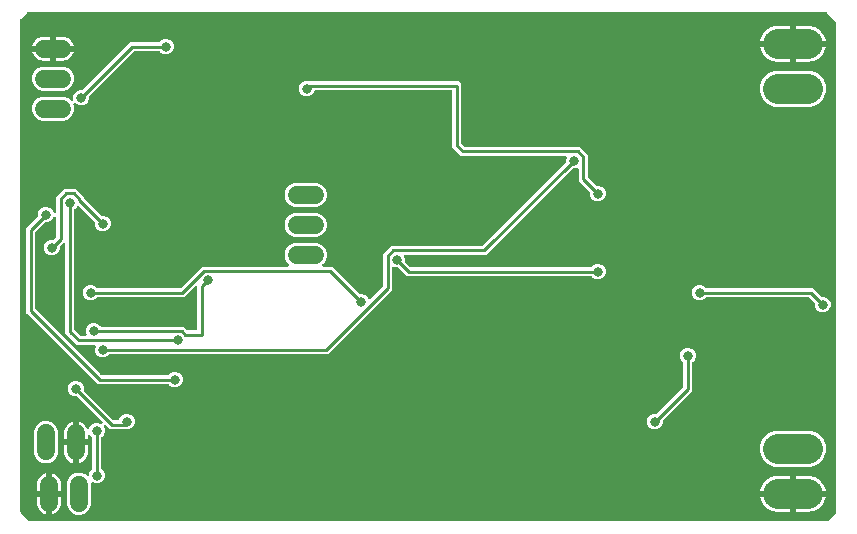
<source format=gbr>
G04 EAGLE Gerber RS-274X export*
G75*
%MOMM*%
%FSLAX34Y34*%
%LPD*%
%INBottom Copper*%
%IPPOS*%
%AMOC8*
5,1,8,0,0,1.08239X$1,22.5*%
G01*
%ADD10C,1.524000*%
%ADD11C,2.540000*%
%ADD12C,0.812800*%
%ADD13C,0.254000*%

G36*
X689200Y2045D02*
X689200Y2045D01*
X689299Y2048D01*
X689357Y2065D01*
X689418Y2073D01*
X689510Y2109D01*
X689605Y2137D01*
X689657Y2167D01*
X689713Y2190D01*
X689793Y2248D01*
X689879Y2298D01*
X689954Y2364D01*
X689971Y2376D01*
X689978Y2386D01*
X689999Y2404D01*
X696858Y9263D01*
X696918Y9341D01*
X696986Y9413D01*
X697015Y9466D01*
X697052Y9514D01*
X697092Y9605D01*
X697140Y9691D01*
X697155Y9750D01*
X697179Y9806D01*
X697194Y9904D01*
X697219Y9999D01*
X697225Y10099D01*
X697229Y10120D01*
X697227Y10132D01*
X697229Y10160D01*
X697229Y424180D01*
X697217Y424278D01*
X697214Y424377D01*
X697197Y424435D01*
X697189Y424496D01*
X697153Y424588D01*
X697125Y424683D01*
X697095Y424735D01*
X697072Y424791D01*
X697014Y424871D01*
X696964Y424957D01*
X696898Y425032D01*
X696886Y425049D01*
X696876Y425056D01*
X696858Y425078D01*
X689238Y432698D01*
X689159Y432758D01*
X689087Y432826D01*
X689034Y432855D01*
X688986Y432892D01*
X688895Y432932D01*
X688809Y432980D01*
X688750Y432995D01*
X688694Y433019D01*
X688596Y433034D01*
X688501Y433059D01*
X688401Y433065D01*
X688380Y433069D01*
X688368Y433067D01*
X688340Y433069D01*
X12700Y433069D01*
X12602Y433057D01*
X12503Y433054D01*
X12445Y433037D01*
X12384Y433029D01*
X12292Y432993D01*
X12197Y432965D01*
X12145Y432935D01*
X12089Y432912D01*
X12009Y432854D01*
X11923Y432804D01*
X11848Y432738D01*
X11831Y432726D01*
X11824Y432716D01*
X11803Y432698D01*
X6723Y427618D01*
X6662Y427539D01*
X6594Y427467D01*
X6565Y427414D01*
X6528Y427366D01*
X6488Y427275D01*
X6440Y427189D01*
X6425Y427130D01*
X6401Y427074D01*
X6386Y426976D01*
X6361Y426881D01*
X6355Y426781D01*
X6351Y426760D01*
X6353Y426748D01*
X6351Y426720D01*
X6351Y10160D01*
X6363Y10062D01*
X6366Y9963D01*
X6383Y9905D01*
X6391Y9844D01*
X6427Y9752D01*
X6455Y9657D01*
X6485Y9605D01*
X6508Y9549D01*
X6566Y9469D01*
X6616Y9383D01*
X6682Y9308D01*
X6694Y9291D01*
X6704Y9284D01*
X6723Y9263D01*
X13581Y2404D01*
X13659Y2344D01*
X13731Y2276D01*
X13784Y2247D01*
X13832Y2210D01*
X13923Y2170D01*
X14009Y2122D01*
X14068Y2107D01*
X14124Y2083D01*
X14222Y2068D01*
X14317Y2043D01*
X14417Y2037D01*
X14438Y2033D01*
X14450Y2035D01*
X14478Y2033D01*
X689102Y2033D01*
X689200Y2045D01*
G37*
%LPC*%
G36*
X135846Y115315D02*
X135846Y115315D01*
X133419Y116321D01*
X132002Y117738D01*
X131924Y117798D01*
X131852Y117866D01*
X131799Y117895D01*
X131751Y117932D01*
X131660Y117972D01*
X131573Y118020D01*
X131515Y118035D01*
X131459Y118059D01*
X131361Y118074D01*
X131265Y118099D01*
X131165Y118105D01*
X131145Y118109D01*
X131132Y118107D01*
X131104Y118109D01*
X72082Y118109D01*
X11429Y178762D01*
X11429Y250498D01*
X20964Y260033D01*
X21024Y260111D01*
X21092Y260183D01*
X21121Y260236D01*
X21158Y260284D01*
X21198Y260375D01*
X21246Y260462D01*
X21261Y260520D01*
X21285Y260576D01*
X21300Y260674D01*
X21325Y260770D01*
X21331Y260870D01*
X21335Y260890D01*
X21333Y260902D01*
X21335Y260930D01*
X21335Y262934D01*
X22341Y265361D01*
X24199Y267219D01*
X26626Y268225D01*
X29254Y268225D01*
X31681Y267219D01*
X33539Y265361D01*
X34133Y263927D01*
X34168Y263866D01*
X34194Y263801D01*
X34246Y263729D01*
X34291Y263651D01*
X34339Y263600D01*
X34380Y263544D01*
X34450Y263487D01*
X34512Y263422D01*
X34572Y263386D01*
X34625Y263341D01*
X34707Y263303D01*
X34783Y263256D01*
X34850Y263235D01*
X34913Y263206D01*
X35001Y263189D01*
X35087Y263162D01*
X35157Y263159D01*
X35226Y263146D01*
X35315Y263151D01*
X35405Y263147D01*
X35473Y263161D01*
X35543Y263166D01*
X35628Y263193D01*
X35716Y263211D01*
X35779Y263242D01*
X35845Y263264D01*
X35921Y263312D01*
X36002Y263351D01*
X36055Y263396D01*
X36114Y263434D01*
X36176Y263499D01*
X36244Y263557D01*
X36284Y263615D01*
X36332Y263665D01*
X36375Y263744D01*
X36427Y263818D01*
X36452Y263883D01*
X36486Y263944D01*
X36508Y264031D01*
X36540Y264115D01*
X36548Y264184D01*
X36565Y264252D01*
X36575Y264413D01*
X36575Y276620D01*
X43420Y283465D01*
X53100Y283465D01*
X59945Y276620D01*
X59945Y276170D01*
X59957Y276072D01*
X59960Y275973D01*
X59977Y275915D01*
X59985Y275855D01*
X60021Y275763D01*
X60049Y275667D01*
X60079Y275615D01*
X60102Y275559D01*
X60160Y275479D01*
X60210Y275394D01*
X60276Y275318D01*
X60288Y275302D01*
X60298Y275294D01*
X60316Y275273D01*
X74613Y260976D01*
X74691Y260916D01*
X74763Y260848D01*
X74816Y260819D01*
X74864Y260782D01*
X74955Y260742D01*
X75042Y260694D01*
X75100Y260679D01*
X75156Y260655D01*
X75254Y260640D01*
X75350Y260615D01*
X75450Y260609D01*
X75470Y260605D01*
X75482Y260607D01*
X75510Y260605D01*
X77514Y260605D01*
X79941Y259599D01*
X81799Y257741D01*
X82805Y255314D01*
X82805Y252686D01*
X81799Y250259D01*
X79941Y248401D01*
X77514Y247395D01*
X74886Y247395D01*
X72459Y248401D01*
X70601Y250259D01*
X69595Y252686D01*
X69595Y254690D01*
X69583Y254788D01*
X69580Y254887D01*
X69563Y254945D01*
X69555Y255005D01*
X69519Y255097D01*
X69491Y255193D01*
X69461Y255245D01*
X69438Y255301D01*
X69380Y255381D01*
X69330Y255466D01*
X69264Y255542D01*
X69252Y255558D01*
X69242Y255566D01*
X69224Y255587D01*
X56056Y268755D01*
X56016Y268786D01*
X55983Y268822D01*
X55891Y268883D01*
X55804Y268950D01*
X55759Y268970D01*
X55717Y268997D01*
X55613Y269033D01*
X55512Y269077D01*
X55463Y269084D01*
X55416Y269100D01*
X55307Y269109D01*
X55198Y269126D01*
X55149Y269122D01*
X55099Y269126D01*
X54991Y269107D01*
X54882Y269097D01*
X54835Y269080D01*
X54786Y269071D01*
X54686Y269026D01*
X54582Y268989D01*
X54541Y268961D01*
X54496Y268941D01*
X54410Y268872D01*
X54319Y268810D01*
X54286Y268773D01*
X54248Y268742D01*
X54182Y268654D01*
X54109Y268572D01*
X54086Y268528D01*
X54056Y268488D01*
X53985Y268343D01*
X53859Y268039D01*
X52442Y266622D01*
X52382Y266544D01*
X52314Y266472D01*
X52285Y266419D01*
X52248Y266371D01*
X52208Y266280D01*
X52160Y266193D01*
X52145Y266135D01*
X52121Y266079D01*
X52106Y265981D01*
X52081Y265885D01*
X52075Y265785D01*
X52071Y265765D01*
X52073Y265752D01*
X52071Y265724D01*
X52071Y164664D01*
X52083Y164566D01*
X52086Y164467D01*
X52103Y164409D01*
X52111Y164349D01*
X52147Y164257D01*
X52175Y164161D01*
X52205Y164109D01*
X52228Y164053D01*
X52286Y163973D01*
X52336Y163888D01*
X52402Y163812D01*
X52414Y163796D01*
X52424Y163788D01*
X52442Y163767D01*
X56833Y159376D01*
X56911Y159316D01*
X56983Y159248D01*
X57036Y159219D01*
X57084Y159182D01*
X57175Y159142D01*
X57262Y159094D01*
X57320Y159079D01*
X57376Y159055D01*
X57474Y159040D01*
X57570Y159015D01*
X57670Y159009D01*
X57690Y159005D01*
X57702Y159007D01*
X57730Y159005D01*
X61215Y159005D01*
X61264Y159011D01*
X61314Y159009D01*
X61421Y159031D01*
X61530Y159045D01*
X61576Y159063D01*
X61625Y159073D01*
X61724Y159121D01*
X61826Y159162D01*
X61866Y159191D01*
X61911Y159213D01*
X61994Y159284D01*
X62083Y159348D01*
X62115Y159387D01*
X62153Y159419D01*
X62216Y159509D01*
X62286Y159593D01*
X62307Y159638D01*
X62336Y159679D01*
X62375Y159782D01*
X62422Y159881D01*
X62431Y159930D01*
X62448Y159976D01*
X62461Y160086D01*
X62481Y160193D01*
X62478Y160243D01*
X62484Y160292D01*
X62468Y160401D01*
X62462Y160511D01*
X62446Y160558D01*
X62439Y160607D01*
X62387Y160760D01*
X61975Y161754D01*
X61975Y164382D01*
X62981Y166809D01*
X64839Y168667D01*
X67266Y169673D01*
X69894Y169673D01*
X72321Y168667D01*
X73738Y167250D01*
X73816Y167190D01*
X73888Y167122D01*
X73941Y167093D01*
X73989Y167056D01*
X74080Y167016D01*
X74167Y166968D01*
X74225Y166953D01*
X74281Y166929D01*
X74379Y166914D01*
X74475Y166889D01*
X74575Y166883D01*
X74595Y166879D01*
X74608Y166881D01*
X74636Y166879D01*
X144540Y166879D01*
X147216Y164202D01*
X147295Y164142D01*
X147367Y164074D01*
X147420Y164045D01*
X147468Y164008D01*
X147559Y163968D01*
X147645Y163920D01*
X147704Y163905D01*
X147759Y163881D01*
X147857Y163866D01*
X147953Y163841D01*
X148053Y163835D01*
X148073Y163831D01*
X148086Y163833D01*
X148114Y163831D01*
X154940Y163831D01*
X155058Y163846D01*
X155177Y163853D01*
X155215Y163866D01*
X155256Y163871D01*
X155366Y163914D01*
X155479Y163951D01*
X155514Y163973D01*
X155551Y163988D01*
X155647Y164057D01*
X155748Y164121D01*
X155776Y164151D01*
X155809Y164174D01*
X155885Y164266D01*
X155966Y164353D01*
X155986Y164388D01*
X156011Y164419D01*
X156062Y164527D01*
X156120Y164631D01*
X156130Y164671D01*
X156147Y164707D01*
X156169Y164824D01*
X156199Y164939D01*
X156203Y164999D01*
X156207Y165019D01*
X156205Y165040D01*
X156209Y165100D01*
X156209Y199785D01*
X156192Y199923D01*
X156179Y200062D01*
X156172Y200081D01*
X156169Y200101D01*
X156118Y200230D01*
X156071Y200361D01*
X156060Y200378D01*
X156052Y200397D01*
X155971Y200509D01*
X155893Y200624D01*
X155877Y200638D01*
X155866Y200654D01*
X155758Y200743D01*
X155654Y200835D01*
X155636Y200844D01*
X155621Y200857D01*
X155495Y200916D01*
X155371Y200979D01*
X155351Y200984D01*
X155333Y200992D01*
X155197Y201018D01*
X155061Y201049D01*
X155040Y201048D01*
X155021Y201052D01*
X154882Y201043D01*
X154743Y201039D01*
X154723Y201034D01*
X154703Y201032D01*
X154571Y200990D01*
X154437Y200951D01*
X154420Y200941D01*
X154401Y200934D01*
X154283Y200860D01*
X154163Y200789D01*
X154142Y200771D01*
X154132Y200764D01*
X154118Y200749D01*
X154043Y200683D01*
X145129Y191769D01*
X72095Y191769D01*
X71997Y191757D01*
X71898Y191754D01*
X71840Y191737D01*
X71780Y191729D01*
X71688Y191693D01*
X71593Y191665D01*
X71541Y191635D01*
X71484Y191612D01*
X71404Y191554D01*
X71319Y191504D01*
X71244Y191438D01*
X71227Y191426D01*
X71219Y191416D01*
X71198Y191398D01*
X69781Y189981D01*
X67354Y188975D01*
X64726Y188975D01*
X62299Y189981D01*
X60441Y191839D01*
X59435Y194266D01*
X59435Y196894D01*
X60441Y199321D01*
X62299Y201179D01*
X64726Y202185D01*
X67354Y202185D01*
X69781Y201179D01*
X71198Y199762D01*
X71276Y199702D01*
X71348Y199634D01*
X71401Y199605D01*
X71449Y199568D01*
X71540Y199528D01*
X71627Y199480D01*
X71685Y199465D01*
X71741Y199441D01*
X71839Y199426D01*
X71935Y199401D01*
X72035Y199395D01*
X72055Y199391D01*
X72067Y199393D01*
X72095Y199391D01*
X141446Y199391D01*
X141544Y199403D01*
X141643Y199406D01*
X141702Y199423D01*
X141762Y199431D01*
X141854Y199467D01*
X141949Y199495D01*
X142001Y199525D01*
X142057Y199548D01*
X142137Y199606D01*
X142223Y199656D01*
X142298Y199722D01*
X142315Y199734D01*
X142323Y199744D01*
X142344Y199762D01*
X160260Y217679D01*
X232468Y217679D01*
X232605Y217696D01*
X232744Y217709D01*
X232763Y217716D01*
X232783Y217719D01*
X232912Y217770D01*
X233043Y217817D01*
X233060Y217828D01*
X233079Y217836D01*
X233191Y217917D01*
X233306Y217995D01*
X233320Y218011D01*
X233336Y218022D01*
X233425Y218130D01*
X233517Y218234D01*
X233526Y218252D01*
X233539Y218267D01*
X233598Y218393D01*
X233661Y218517D01*
X233666Y218537D01*
X233674Y218555D01*
X233701Y218692D01*
X233731Y218827D01*
X233730Y218848D01*
X233734Y218867D01*
X233726Y219006D01*
X233721Y219145D01*
X233716Y219165D01*
X233715Y219185D01*
X233672Y219317D01*
X233633Y219451D01*
X233623Y219468D01*
X233616Y219487D01*
X233542Y219605D01*
X233471Y219725D01*
X233453Y219746D01*
X233446Y219756D01*
X233431Y219770D01*
X233365Y219845D01*
X231566Y221644D01*
X230019Y225379D01*
X230019Y229421D01*
X231566Y233156D01*
X234424Y236014D01*
X238159Y237561D01*
X257441Y237561D01*
X261176Y236014D01*
X264034Y233156D01*
X265581Y229421D01*
X265581Y225379D01*
X264034Y221644D01*
X262235Y219845D01*
X262150Y219736D01*
X262061Y219629D01*
X262052Y219610D01*
X262040Y219594D01*
X261985Y219466D01*
X261926Y219341D01*
X261922Y219321D01*
X261914Y219302D01*
X261892Y219164D01*
X261866Y219028D01*
X261867Y219008D01*
X261864Y218988D01*
X261877Y218849D01*
X261885Y218711D01*
X261892Y218692D01*
X261894Y218672D01*
X261941Y218540D01*
X261984Y218409D01*
X261994Y218391D01*
X262001Y218372D01*
X262079Y218257D01*
X262154Y218140D01*
X262168Y218126D01*
X262180Y218109D01*
X262284Y218017D01*
X262385Y217922D01*
X262403Y217912D01*
X262418Y217899D01*
X262542Y217835D01*
X262664Y217768D01*
X262683Y217763D01*
X262701Y217754D01*
X262837Y217724D01*
X262972Y217689D01*
X263000Y217687D01*
X263012Y217684D01*
X263032Y217685D01*
X263132Y217679D01*
X270310Y217679D01*
X293053Y194936D01*
X293131Y194876D01*
X293203Y194808D01*
X293256Y194779D01*
X293304Y194742D01*
X293395Y194702D01*
X293482Y194654D01*
X293540Y194639D01*
X293596Y194615D01*
X293694Y194600D01*
X293790Y194575D01*
X293890Y194569D01*
X293910Y194565D01*
X293922Y194567D01*
X293950Y194565D01*
X295954Y194565D01*
X298381Y193559D01*
X300239Y191701D01*
X300651Y190707D01*
X300676Y190664D01*
X300693Y190617D01*
X300754Y190526D01*
X300809Y190430D01*
X300843Y190395D01*
X300871Y190354D01*
X300954Y190281D01*
X301030Y190202D01*
X301072Y190176D01*
X301110Y190143D01*
X301207Y190093D01*
X301301Y190036D01*
X301349Y190021D01*
X301393Y189999D01*
X301500Y189975D01*
X301605Y189942D01*
X301655Y189940D01*
X301703Y189929D01*
X301813Y189932D01*
X301923Y189927D01*
X301971Y189937D01*
X302021Y189939D01*
X302126Y189969D01*
X302234Y189991D01*
X302279Y190013D01*
X302327Y190027D01*
X302421Y190083D01*
X302520Y190131D01*
X302558Y190163D01*
X302600Y190189D01*
X302721Y190295D01*
X313064Y200637D01*
X313124Y200715D01*
X313192Y200788D01*
X313221Y200841D01*
X313258Y200888D01*
X313298Y200979D01*
X313346Y201066D01*
X313361Y201125D01*
X313385Y201180D01*
X313400Y201278D01*
X313425Y201374D01*
X313431Y201474D01*
X313435Y201494D01*
X313433Y201507D01*
X313435Y201535D01*
X313435Y228360D01*
X320280Y235205D01*
X396930Y235205D01*
X397028Y235217D01*
X397127Y235220D01*
X397185Y235237D01*
X397245Y235245D01*
X397337Y235281D01*
X397433Y235309D01*
X397485Y235339D01*
X397541Y235362D01*
X397621Y235420D01*
X397706Y235470D01*
X397782Y235536D01*
X397798Y235548D01*
X397806Y235558D01*
X397827Y235576D01*
X468004Y305753D01*
X468064Y305831D01*
X468132Y305903D01*
X468156Y305946D01*
X468177Y305972D01*
X468183Y305984D01*
X468198Y306004D01*
X468238Y306095D01*
X468286Y306182D01*
X468297Y306226D01*
X468313Y306260D01*
X468316Y306275D01*
X468325Y306296D01*
X468340Y306394D01*
X468365Y306490D01*
X468369Y306553D01*
X468373Y306572D01*
X468372Y306591D01*
X468375Y306610D01*
X468373Y306622D01*
X468375Y306650D01*
X468375Y308654D01*
X468787Y309648D01*
X468800Y309696D01*
X468822Y309741D01*
X468842Y309849D01*
X468871Y309955D01*
X468872Y310005D01*
X468881Y310054D01*
X468874Y310163D01*
X468876Y310273D01*
X468865Y310321D01*
X468862Y310371D01*
X468828Y310475D01*
X468802Y310582D01*
X468779Y310626D01*
X468764Y310673D01*
X468705Y310766D01*
X468653Y310863D01*
X468620Y310900D01*
X468593Y310942D01*
X468513Y311017D01*
X468439Y311099D01*
X468398Y311126D01*
X468362Y311160D01*
X468266Y311213D01*
X468174Y311273D01*
X468127Y311290D01*
X468083Y311314D01*
X467977Y311341D01*
X467873Y311377D01*
X467823Y311381D01*
X467775Y311393D01*
X467615Y311403D01*
X379168Y311403D01*
X372109Y318462D01*
X372109Y365760D01*
X372094Y365878D01*
X372087Y365997D01*
X372074Y366035D01*
X372069Y366076D01*
X372026Y366186D01*
X371989Y366299D01*
X371967Y366334D01*
X371952Y366371D01*
X371883Y366467D01*
X371819Y366568D01*
X371789Y366596D01*
X371766Y366629D01*
X371674Y366705D01*
X371587Y366786D01*
X371552Y366806D01*
X371521Y366831D01*
X371413Y366882D01*
X371309Y366940D01*
X371269Y366950D01*
X371233Y366967D01*
X371116Y366989D01*
X371001Y367019D01*
X370941Y367023D01*
X370921Y367027D01*
X370900Y367025D01*
X370840Y367029D01*
X256391Y367029D01*
X256361Y367026D01*
X256332Y367028D01*
X256204Y367006D01*
X256075Y366989D01*
X256048Y366979D01*
X256019Y366974D01*
X255900Y366920D01*
X255779Y366872D01*
X255756Y366855D01*
X255729Y366843D01*
X255627Y366762D01*
X255522Y366686D01*
X255503Y366663D01*
X255480Y366644D01*
X255402Y366541D01*
X255319Y366441D01*
X255307Y366414D01*
X255289Y366390D01*
X255218Y366246D01*
X254519Y364559D01*
X252661Y362701D01*
X250234Y361695D01*
X247606Y361695D01*
X245179Y362701D01*
X243321Y364559D01*
X242315Y366986D01*
X242315Y369614D01*
X243321Y372041D01*
X245179Y373899D01*
X247606Y374905D01*
X250234Y374905D01*
X250614Y374747D01*
X250623Y374745D01*
X250631Y374740D01*
X250775Y374703D01*
X250920Y374663D01*
X250930Y374663D01*
X250939Y374661D01*
X251099Y374651D01*
X377498Y374651D01*
X379731Y372418D01*
X379731Y322144D01*
X379743Y322046D01*
X379746Y321947D01*
X379763Y321889D01*
X379771Y321829D01*
X379807Y321737D01*
X379835Y321641D01*
X379865Y321589D01*
X379888Y321533D01*
X379946Y321453D01*
X379996Y321368D01*
X380062Y321292D01*
X380074Y321276D01*
X380084Y321268D01*
X380102Y321247D01*
X381953Y319396D01*
X382031Y319336D01*
X382103Y319268D01*
X382156Y319239D01*
X382204Y319202D01*
X382295Y319162D01*
X382382Y319114D01*
X382440Y319099D01*
X382496Y319075D01*
X382594Y319060D01*
X382690Y319035D01*
X382790Y319029D01*
X382810Y319025D01*
X382822Y319027D01*
X382850Y319025D01*
X479820Y319025D01*
X486665Y312180D01*
X486665Y293950D01*
X486677Y293852D01*
X486680Y293753D01*
X486687Y293731D01*
X486687Y293723D01*
X486697Y293691D01*
X486705Y293635D01*
X486741Y293543D01*
X486769Y293447D01*
X486799Y293395D01*
X486822Y293339D01*
X486880Y293259D01*
X486930Y293174D01*
X486996Y293098D01*
X487008Y293082D01*
X487018Y293074D01*
X487036Y293053D01*
X493713Y286376D01*
X493791Y286316D01*
X493863Y286248D01*
X493916Y286219D01*
X493964Y286182D01*
X494055Y286142D01*
X494142Y286094D01*
X494200Y286079D01*
X494256Y286055D01*
X494354Y286040D01*
X494450Y286015D01*
X494550Y286009D01*
X494570Y286005D01*
X494582Y286007D01*
X494610Y286005D01*
X496614Y286005D01*
X499041Y284999D01*
X500899Y283141D01*
X501905Y280714D01*
X501905Y278086D01*
X500899Y275659D01*
X499041Y273801D01*
X496614Y272795D01*
X493986Y272795D01*
X491559Y273801D01*
X489701Y275659D01*
X488695Y278086D01*
X488695Y280090D01*
X488683Y280188D01*
X488680Y280287D01*
X488663Y280345D01*
X488655Y280405D01*
X488619Y280497D01*
X488591Y280593D01*
X488561Y280645D01*
X488538Y280701D01*
X488480Y280781D01*
X488430Y280866D01*
X488364Y280942D01*
X488352Y280958D01*
X488342Y280966D01*
X488324Y280987D01*
X479043Y290268D01*
X479043Y299975D01*
X479037Y300024D01*
X479039Y300074D01*
X479017Y300181D01*
X479003Y300290D01*
X478985Y300336D01*
X478975Y300385D01*
X478927Y300484D01*
X478886Y300586D01*
X478857Y300626D01*
X478835Y300671D01*
X478764Y300754D01*
X478700Y300843D01*
X478661Y300875D01*
X478629Y300913D01*
X478539Y300976D01*
X478455Y301046D01*
X478410Y301067D01*
X478369Y301096D01*
X478266Y301135D01*
X478167Y301182D01*
X478118Y301191D01*
X478072Y301208D01*
X477962Y301221D01*
X477855Y301241D01*
X477805Y301238D01*
X477756Y301244D01*
X477647Y301228D01*
X477537Y301222D01*
X477490Y301206D01*
X477441Y301199D01*
X477288Y301147D01*
X476294Y300735D01*
X474290Y300735D01*
X474192Y300723D01*
X474093Y300720D01*
X474035Y300703D01*
X473975Y300695D01*
X473883Y300659D01*
X473787Y300631D01*
X473735Y300601D01*
X473679Y300578D01*
X473599Y300520D01*
X473514Y300470D01*
X473438Y300404D01*
X473422Y300392D01*
X473414Y300382D01*
X473393Y300364D01*
X400612Y227583D01*
X332485Y227583D01*
X332436Y227577D01*
X332386Y227579D01*
X332279Y227557D01*
X332170Y227543D01*
X332124Y227525D01*
X332075Y227515D01*
X331976Y227467D01*
X331874Y227426D01*
X331834Y227397D01*
X331789Y227375D01*
X331706Y227304D01*
X331617Y227240D01*
X331585Y227201D01*
X331547Y227169D01*
X331484Y227079D01*
X331414Y226995D01*
X331393Y226950D01*
X331364Y226909D01*
X331325Y226806D01*
X331278Y226707D01*
X331269Y226658D01*
X331252Y226612D01*
X331239Y226502D01*
X331219Y226395D01*
X331222Y226345D01*
X331216Y226296D01*
X331232Y226187D01*
X331238Y226077D01*
X331254Y226030D01*
X331261Y225981D01*
X331313Y225828D01*
X331725Y224834D01*
X331725Y222830D01*
X331737Y222732D01*
X331740Y222633D01*
X331757Y222575D01*
X331765Y222515D01*
X331801Y222423D01*
X331829Y222327D01*
X331859Y222275D01*
X331882Y222219D01*
X331940Y222139D01*
X331990Y222054D01*
X332056Y221978D01*
X332068Y221962D01*
X332078Y221954D01*
X332096Y221933D01*
X336487Y217542D01*
X336565Y217482D01*
X336637Y217414D01*
X336690Y217385D01*
X336738Y217348D01*
X336829Y217308D01*
X336916Y217260D01*
X336974Y217245D01*
X337030Y217221D01*
X337128Y217206D01*
X337224Y217181D01*
X337324Y217175D01*
X337344Y217171D01*
X337356Y217173D01*
X337384Y217171D01*
X489244Y217171D01*
X489343Y217183D01*
X489442Y217186D01*
X489500Y217203D01*
X489560Y217211D01*
X489652Y217247D01*
X489747Y217275D01*
X489799Y217305D01*
X489856Y217328D01*
X489936Y217386D01*
X490021Y217436D01*
X490097Y217502D01*
X490113Y217514D01*
X490121Y217524D01*
X490142Y217542D01*
X491559Y218959D01*
X493986Y219965D01*
X496614Y219965D01*
X499041Y218959D01*
X500899Y217101D01*
X501905Y214674D01*
X501905Y212046D01*
X500899Y209619D01*
X499041Y207761D01*
X496614Y206755D01*
X493986Y206755D01*
X491559Y207761D01*
X490142Y209178D01*
X490064Y209238D01*
X489992Y209306D01*
X489939Y209335D01*
X489891Y209372D01*
X489800Y209412D01*
X489713Y209460D01*
X489655Y209475D01*
X489599Y209499D01*
X489501Y209514D01*
X489405Y209539D01*
X489305Y209545D01*
X489285Y209549D01*
X489272Y209547D01*
X489244Y209549D01*
X333702Y209549D01*
X326707Y216544D01*
X326629Y216604D01*
X326557Y216672D01*
X326504Y216701D01*
X326456Y216738D01*
X326365Y216778D01*
X326278Y216826D01*
X326220Y216841D01*
X326164Y216865D01*
X326066Y216880D01*
X325970Y216905D01*
X325870Y216911D01*
X325850Y216915D01*
X325838Y216913D01*
X325810Y216915D01*
X323806Y216915D01*
X322812Y217327D01*
X322764Y217340D01*
X322719Y217362D01*
X322611Y217382D01*
X322505Y217411D01*
X322455Y217412D01*
X322406Y217421D01*
X322297Y217414D01*
X322187Y217416D01*
X322139Y217405D01*
X322089Y217402D01*
X321985Y217368D01*
X321878Y217342D01*
X321834Y217319D01*
X321787Y217304D01*
X321694Y217245D01*
X321597Y217193D01*
X321560Y217160D01*
X321518Y217133D01*
X321443Y217053D01*
X321361Y216979D01*
X321334Y216938D01*
X321300Y216902D01*
X321247Y216806D01*
X321187Y216714D01*
X321170Y216667D01*
X321146Y216623D01*
X321119Y216517D01*
X321083Y216413D01*
X321079Y216363D01*
X321067Y216315D01*
X321057Y216155D01*
X321057Y197852D01*
X266714Y143509D01*
X82256Y143509D01*
X82157Y143497D01*
X82058Y143494D01*
X82000Y143477D01*
X81940Y143469D01*
X81848Y143433D01*
X81753Y143405D01*
X81701Y143375D01*
X81644Y143352D01*
X81564Y143294D01*
X81479Y143244D01*
X81403Y143178D01*
X81387Y143166D01*
X81379Y143156D01*
X81358Y143138D01*
X79941Y141721D01*
X77514Y140715D01*
X74886Y140715D01*
X72459Y141721D01*
X70601Y143579D01*
X69595Y146006D01*
X69595Y148634D01*
X70007Y149628D01*
X70020Y149676D01*
X70042Y149721D01*
X70062Y149829D01*
X70091Y149935D01*
X70092Y149985D01*
X70101Y150034D01*
X70094Y150143D01*
X70096Y150253D01*
X70085Y150301D01*
X70082Y150351D01*
X70048Y150455D01*
X70022Y150562D01*
X69999Y150606D01*
X69984Y150653D01*
X69925Y150746D01*
X69873Y150843D01*
X69840Y150880D01*
X69813Y150922D01*
X69733Y150997D01*
X69659Y151079D01*
X69618Y151106D01*
X69582Y151140D01*
X69486Y151193D01*
X69394Y151253D01*
X69347Y151270D01*
X69303Y151294D01*
X69197Y151321D01*
X69093Y151357D01*
X69043Y151361D01*
X68995Y151373D01*
X68835Y151383D01*
X54048Y151383D01*
X44449Y160982D01*
X44449Y236656D01*
X44432Y236794D01*
X44419Y236932D01*
X44412Y236951D01*
X44409Y236971D01*
X44358Y237101D01*
X44311Y237232D01*
X44300Y237248D01*
X44292Y237267D01*
X44211Y237380D01*
X44133Y237495D01*
X44117Y237508D01*
X44106Y237524D01*
X43998Y237613D01*
X43894Y237705D01*
X43876Y237714D01*
X43861Y237727D01*
X43735Y237786D01*
X43611Y237850D01*
X43591Y237854D01*
X43573Y237863D01*
X43436Y237889D01*
X43301Y237919D01*
X43280Y237919D01*
X43261Y237923D01*
X43122Y237914D01*
X42983Y237910D01*
X42963Y237904D01*
X42943Y237903D01*
X42811Y237860D01*
X42677Y237821D01*
X42660Y237811D01*
X42641Y237805D01*
X42523Y237730D01*
X42403Y237660D01*
X42382Y237641D01*
X42372Y237635D01*
X42358Y237620D01*
X42283Y237553D01*
X41593Y236864D01*
X39996Y235267D01*
X39936Y235189D01*
X39868Y235117D01*
X39839Y235064D01*
X39802Y235016D01*
X39762Y234925D01*
X39714Y234838D01*
X39699Y234780D01*
X39675Y234724D01*
X39660Y234626D01*
X39635Y234530D01*
X39629Y234430D01*
X39625Y234410D01*
X39627Y234398D01*
X39625Y234370D01*
X39625Y232366D01*
X38619Y229939D01*
X36761Y228081D01*
X34334Y227075D01*
X31706Y227075D01*
X29279Y228081D01*
X27421Y229939D01*
X26415Y232366D01*
X26415Y234994D01*
X27421Y237421D01*
X29279Y239279D01*
X31706Y240285D01*
X33710Y240285D01*
X33808Y240297D01*
X33907Y240300D01*
X33965Y240317D01*
X34025Y240325D01*
X34117Y240361D01*
X34213Y240389D01*
X34265Y240419D01*
X34321Y240442D01*
X34401Y240500D01*
X34486Y240550D01*
X34562Y240616D01*
X34578Y240628D01*
X34586Y240638D01*
X34607Y240656D01*
X36204Y242253D01*
X36264Y242331D01*
X36332Y242403D01*
X36361Y242456D01*
X36398Y242504D01*
X36438Y242595D01*
X36486Y242682D01*
X36501Y242740D01*
X36525Y242796D01*
X36540Y242894D01*
X36565Y242990D01*
X36571Y243090D01*
X36575Y243110D01*
X36573Y243122D01*
X36575Y243150D01*
X36575Y258827D01*
X36567Y258897D01*
X36568Y258967D01*
X36547Y259054D01*
X36535Y259143D01*
X36510Y259208D01*
X36493Y259276D01*
X36451Y259355D01*
X36418Y259439D01*
X36377Y259495D01*
X36345Y259557D01*
X36284Y259623D01*
X36232Y259696D01*
X36178Y259741D01*
X36131Y259792D01*
X36056Y259842D01*
X35987Y259899D01*
X35923Y259929D01*
X35865Y259967D01*
X35780Y259996D01*
X35699Y260034D01*
X35630Y260047D01*
X35564Y260070D01*
X35475Y260077D01*
X35387Y260094D01*
X35317Y260090D01*
X35247Y260095D01*
X35159Y260080D01*
X35069Y260074D01*
X35003Y260053D01*
X34934Y260041D01*
X34852Y260004D01*
X34767Y259976D01*
X34708Y259939D01*
X34644Y259910D01*
X34574Y259854D01*
X34498Y259806D01*
X34450Y259755D01*
X34396Y259712D01*
X34341Y259640D01*
X34280Y259575D01*
X34246Y259514D01*
X34204Y259458D01*
X34133Y259313D01*
X33539Y257879D01*
X31681Y256021D01*
X29254Y255015D01*
X27250Y255015D01*
X27152Y255003D01*
X27053Y255000D01*
X26995Y254983D01*
X26935Y254975D01*
X26843Y254939D01*
X26747Y254911D01*
X26695Y254881D01*
X26639Y254858D01*
X26559Y254800D01*
X26474Y254750D01*
X26398Y254684D01*
X26382Y254672D01*
X26374Y254662D01*
X26353Y254644D01*
X19422Y247713D01*
X19362Y247635D01*
X19294Y247563D01*
X19265Y247510D01*
X19228Y247462D01*
X19188Y247371D01*
X19140Y247284D01*
X19125Y247226D01*
X19101Y247170D01*
X19086Y247072D01*
X19061Y246976D01*
X19055Y246876D01*
X19051Y246856D01*
X19053Y246844D01*
X19051Y246816D01*
X19051Y182444D01*
X19063Y182346D01*
X19066Y182247D01*
X19083Y182189D01*
X19091Y182129D01*
X19127Y182037D01*
X19155Y181941D01*
X19185Y181889D01*
X19208Y181833D01*
X19266Y181753D01*
X19316Y181668D01*
X19382Y181592D01*
X19394Y181576D01*
X19404Y181568D01*
X19422Y181547D01*
X74867Y126102D01*
X74945Y126042D01*
X75017Y125974D01*
X75070Y125945D01*
X75118Y125908D01*
X75209Y125868D01*
X75296Y125820D01*
X75354Y125805D01*
X75410Y125781D01*
X75508Y125766D01*
X75604Y125741D01*
X75704Y125735D01*
X75724Y125731D01*
X75736Y125733D01*
X75764Y125731D01*
X131104Y125731D01*
X131203Y125743D01*
X131302Y125746D01*
X131360Y125763D01*
X131420Y125771D01*
X131512Y125807D01*
X131607Y125835D01*
X131659Y125865D01*
X131716Y125888D01*
X131796Y125946D01*
X131881Y125996D01*
X131957Y126062D01*
X131973Y126074D01*
X131981Y126084D01*
X132002Y126102D01*
X133419Y127519D01*
X135846Y128525D01*
X138474Y128525D01*
X140901Y127519D01*
X142759Y125661D01*
X143765Y123234D01*
X143765Y120606D01*
X142759Y118179D01*
X140901Y116321D01*
X138474Y115315D01*
X135846Y115315D01*
G37*
%LPD*%
%LPC*%
G36*
X53779Y7619D02*
X53779Y7619D01*
X50044Y9166D01*
X47186Y12024D01*
X45639Y15759D01*
X45639Y35041D01*
X47186Y38776D01*
X50044Y41634D01*
X53779Y43181D01*
X57821Y43181D01*
X61556Y41634D01*
X62349Y40841D01*
X62458Y40756D01*
X62565Y40667D01*
X62584Y40658D01*
X62600Y40646D01*
X62727Y40591D01*
X62853Y40532D01*
X62873Y40528D01*
X62892Y40520D01*
X63030Y40498D01*
X63166Y40472D01*
X63186Y40473D01*
X63206Y40470D01*
X63345Y40483D01*
X63483Y40491D01*
X63502Y40498D01*
X63522Y40500D01*
X63654Y40547D01*
X63785Y40590D01*
X63803Y40600D01*
X63822Y40607D01*
X63937Y40685D01*
X64054Y40760D01*
X64068Y40774D01*
X64085Y40786D01*
X64177Y40890D01*
X64272Y40991D01*
X64282Y41009D01*
X64295Y41024D01*
X64358Y41148D01*
X64426Y41270D01*
X64431Y41289D01*
X64440Y41307D01*
X64470Y41443D01*
X64505Y41578D01*
X64507Y41606D01*
X64510Y41618D01*
X64509Y41638D01*
X64515Y41738D01*
X64515Y41954D01*
X65521Y44381D01*
X66938Y45798D01*
X66998Y45876D01*
X67066Y45948D01*
X67095Y46001D01*
X67132Y46049D01*
X67172Y46140D01*
X67220Y46227D01*
X67235Y46285D01*
X67259Y46341D01*
X67274Y46439D01*
X67299Y46535D01*
X67305Y46635D01*
X67309Y46655D01*
X67307Y46668D01*
X67309Y46696D01*
X67309Y72684D01*
X67297Y72783D01*
X67294Y72882D01*
X67277Y72940D01*
X67269Y73000D01*
X67233Y73092D01*
X67205Y73187D01*
X67175Y73239D01*
X67152Y73296D01*
X67094Y73376D01*
X67044Y73461D01*
X66978Y73537D01*
X66966Y73553D01*
X66956Y73561D01*
X66938Y73582D01*
X65587Y74932D01*
X65478Y75017D01*
X65371Y75106D01*
X65352Y75115D01*
X65336Y75127D01*
X65209Y75182D01*
X65083Y75241D01*
X65063Y75245D01*
X65044Y75253D01*
X64906Y75275D01*
X64770Y75301D01*
X64750Y75300D01*
X64730Y75303D01*
X64591Y75290D01*
X64453Y75281D01*
X64434Y75275D01*
X64414Y75273D01*
X64282Y75226D01*
X64151Y75183D01*
X64133Y75173D01*
X64114Y75166D01*
X63999Y75088D01*
X63882Y75013D01*
X63868Y74999D01*
X63851Y74987D01*
X63759Y74883D01*
X63664Y74782D01*
X63654Y74764D01*
X63641Y74749D01*
X63577Y74625D01*
X63510Y74503D01*
X63505Y74484D01*
X63496Y74466D01*
X63466Y74330D01*
X63431Y74195D01*
X63429Y74167D01*
X63426Y74155D01*
X63427Y74135D01*
X63421Y74035D01*
X63421Y71279D01*
X55799Y71279D01*
X55799Y86219D01*
X57160Y85776D01*
X58585Y85050D01*
X59879Y84110D01*
X61010Y82979D01*
X61950Y81685D01*
X62488Y80630D01*
X62538Y80556D01*
X62580Y80477D01*
X62627Y80425D01*
X62667Y80367D01*
X62734Y80308D01*
X62794Y80242D01*
X62853Y80203D01*
X62905Y80157D01*
X62985Y80116D01*
X63060Y80067D01*
X63126Y80044D01*
X63189Y80012D01*
X63276Y79993D01*
X63361Y79964D01*
X63430Y79958D01*
X63499Y79943D01*
X63588Y79946D01*
X63678Y79938D01*
X63747Y79950D01*
X63817Y79953D01*
X63903Y79977D01*
X63991Y79993D01*
X64055Y80022D01*
X64122Y80041D01*
X64199Y80087D01*
X64281Y80123D01*
X64336Y80167D01*
X64396Y80203D01*
X64459Y80266D01*
X64529Y80322D01*
X64572Y80378D01*
X64621Y80428D01*
X64667Y80505D01*
X64721Y80576D01*
X64776Y80688D01*
X64783Y80701D01*
X64785Y80708D01*
X64791Y80721D01*
X65521Y82481D01*
X67379Y84339D01*
X69806Y85345D01*
X72434Y85345D01*
X74173Y84624D01*
X74175Y84624D01*
X74179Y84623D01*
X74241Y84606D01*
X74305Y84578D01*
X74393Y84564D01*
X74480Y84540D01*
X74550Y84539D01*
X74619Y84528D01*
X74708Y84537D01*
X74798Y84535D01*
X74866Y84551D01*
X74935Y84558D01*
X75020Y84588D01*
X75107Y84609D01*
X75169Y84642D01*
X75235Y84666D01*
X75309Y84716D01*
X75388Y84758D01*
X75440Y84805D01*
X75498Y84844D01*
X75557Y84912D01*
X75624Y84972D01*
X75662Y85030D01*
X75708Y85083D01*
X75749Y85163D01*
X75798Y85238D01*
X75821Y85304D01*
X75853Y85366D01*
X75873Y85453D01*
X75902Y85538D01*
X75907Y85608D01*
X75923Y85676D01*
X75920Y85766D01*
X75927Y85855D01*
X75915Y85924D01*
X75913Y85994D01*
X75888Y86080D01*
X75873Y86169D01*
X75844Y86233D01*
X75824Y86300D01*
X75805Y86333D01*
X75801Y86343D01*
X75776Y86382D01*
X75742Y86459D01*
X75698Y86513D01*
X75663Y86573D01*
X75636Y86604D01*
X75631Y86611D01*
X75621Y86621D01*
X75557Y86694D01*
X54927Y107324D01*
X54849Y107384D01*
X54777Y107452D01*
X54724Y107481D01*
X54676Y107518D01*
X54585Y107558D01*
X54498Y107606D01*
X54440Y107621D01*
X54384Y107645D01*
X54286Y107660D01*
X54190Y107685D01*
X54090Y107691D01*
X54070Y107695D01*
X54058Y107693D01*
X54030Y107695D01*
X52026Y107695D01*
X49599Y108701D01*
X47741Y110559D01*
X46735Y112986D01*
X46735Y115614D01*
X47741Y118041D01*
X49599Y119899D01*
X52026Y120905D01*
X54654Y120905D01*
X57081Y119899D01*
X58939Y118041D01*
X59945Y115614D01*
X59945Y113610D01*
X59957Y113512D01*
X59960Y113413D01*
X59977Y113355D01*
X59985Y113295D01*
X60021Y113203D01*
X60049Y113107D01*
X60079Y113055D01*
X60102Y112999D01*
X60160Y112919D01*
X60210Y112834D01*
X60276Y112758D01*
X60288Y112742D01*
X60298Y112734D01*
X60316Y112713D01*
X85027Y88002D01*
X85105Y87942D01*
X85177Y87874D01*
X85230Y87845D01*
X85278Y87808D01*
X85369Y87768D01*
X85456Y87720D01*
X85514Y87705D01*
X85570Y87681D01*
X85668Y87666D01*
X85764Y87641D01*
X85864Y87635D01*
X85884Y87631D01*
X85896Y87633D01*
X85924Y87631D01*
X89049Y87631D01*
X89079Y87634D01*
X89108Y87632D01*
X89236Y87654D01*
X89365Y87671D01*
X89392Y87681D01*
X89421Y87686D01*
X89540Y87740D01*
X89661Y87788D01*
X89684Y87805D01*
X89711Y87817D01*
X89813Y87898D01*
X89918Y87974D01*
X89937Y87997D01*
X89960Y88016D01*
X90038Y88119D01*
X90121Y88219D01*
X90133Y88246D01*
X90151Y88270D01*
X90222Y88414D01*
X90921Y90101D01*
X92779Y91959D01*
X95206Y92965D01*
X97834Y92965D01*
X100261Y91959D01*
X102119Y90101D01*
X103125Y87674D01*
X103125Y85046D01*
X102119Y82619D01*
X100261Y80761D01*
X97834Y79755D01*
X95206Y79755D01*
X94826Y79913D01*
X94817Y79915D01*
X94809Y79920D01*
X94665Y79957D01*
X94520Y79997D01*
X94510Y79997D01*
X94501Y79999D01*
X94341Y80009D01*
X82242Y80009D01*
X79074Y83177D01*
X79019Y83219D01*
X78971Y83269D01*
X78894Y83316D01*
X78823Y83371D01*
X78759Y83399D01*
X78699Y83436D01*
X78614Y83462D01*
X78531Y83498D01*
X78462Y83509D01*
X78396Y83529D01*
X78306Y83534D01*
X78217Y83548D01*
X78147Y83541D01*
X78078Y83544D01*
X77990Y83526D01*
X77900Y83518D01*
X77835Y83494D01*
X77766Y83480D01*
X77686Y83441D01*
X77601Y83410D01*
X77543Y83371D01*
X77481Y83340D01*
X77412Y83282D01*
X77338Y83232D01*
X77292Y83179D01*
X77239Y83134D01*
X77187Y83061D01*
X77128Y82993D01*
X77096Y82931D01*
X77056Y82874D01*
X77024Y82790D01*
X76983Y82710D01*
X76968Y82642D01*
X76943Y82577D01*
X76933Y82487D01*
X76913Y82400D01*
X76915Y82330D01*
X76908Y82261D01*
X76920Y82172D01*
X76923Y82082D01*
X76942Y82015D01*
X76952Y81946D01*
X77004Y81793D01*
X77725Y80054D01*
X77725Y77426D01*
X76719Y74999D01*
X75302Y73582D01*
X75242Y73504D01*
X75174Y73432D01*
X75145Y73379D01*
X75108Y73331D01*
X75068Y73240D01*
X75020Y73153D01*
X75005Y73095D01*
X74981Y73039D01*
X74966Y72941D01*
X74941Y72845D01*
X74935Y72745D01*
X74931Y72725D01*
X74933Y72712D01*
X74931Y72684D01*
X74931Y46696D01*
X74943Y46597D01*
X74946Y46498D01*
X74963Y46440D01*
X74971Y46380D01*
X75007Y46288D01*
X75035Y46193D01*
X75065Y46141D01*
X75088Y46084D01*
X75146Y46004D01*
X75196Y45919D01*
X75262Y45843D01*
X75274Y45827D01*
X75284Y45819D01*
X75302Y45798D01*
X76719Y44381D01*
X77725Y41954D01*
X77725Y39326D01*
X76719Y36899D01*
X74861Y35041D01*
X72434Y34035D01*
X69806Y34035D01*
X67716Y34901D01*
X67668Y34914D01*
X67623Y34935D01*
X67515Y34956D01*
X67409Y34985D01*
X67359Y34986D01*
X67310Y34995D01*
X67201Y34988D01*
X67091Y34990D01*
X67043Y34979D01*
X66993Y34976D01*
X66889Y34942D01*
X66782Y34916D01*
X66738Y34893D01*
X66691Y34877D01*
X66598Y34819D01*
X66501Y34767D01*
X66464Y34734D01*
X66422Y34707D01*
X66347Y34627D01*
X66265Y34553D01*
X66238Y34512D01*
X66204Y34476D01*
X66151Y34380D01*
X66091Y34288D01*
X66074Y34241D01*
X66050Y34197D01*
X66023Y34091D01*
X65987Y33987D01*
X65983Y33937D01*
X65971Y33889D01*
X65961Y33729D01*
X65961Y15759D01*
X64414Y12024D01*
X61556Y9166D01*
X57821Y7619D01*
X53779Y7619D01*
G37*
%LPD*%
%LPC*%
G36*
X644668Y353059D02*
X644668Y353059D01*
X639067Y355380D01*
X634780Y359667D01*
X632459Y365268D01*
X632459Y371332D01*
X634780Y376933D01*
X639067Y381220D01*
X644668Y383541D01*
X676132Y383541D01*
X681733Y381220D01*
X686020Y376933D01*
X688341Y371332D01*
X688341Y365268D01*
X686020Y359667D01*
X681733Y355380D01*
X676132Y353059D01*
X644668Y353059D01*
G37*
%LPD*%
%LPC*%
G36*
X644668Y48259D02*
X644668Y48259D01*
X639067Y50580D01*
X634780Y54867D01*
X632459Y60468D01*
X632459Y66532D01*
X634780Y72133D01*
X639067Y76420D01*
X644668Y78741D01*
X676132Y78741D01*
X681733Y76420D01*
X686020Y72133D01*
X688341Y66532D01*
X688341Y60468D01*
X686020Y54867D01*
X681733Y50580D01*
X676132Y48259D01*
X644668Y48259D01*
G37*
%LPD*%
%LPC*%
G36*
X24259Y341239D02*
X24259Y341239D01*
X20524Y342786D01*
X17666Y345644D01*
X16119Y349379D01*
X16119Y353421D01*
X17666Y357156D01*
X20524Y360014D01*
X24259Y361561D01*
X43541Y361561D01*
X47276Y360014D01*
X48978Y358312D01*
X49087Y358227D01*
X49194Y358138D01*
X49213Y358129D01*
X49229Y358117D01*
X49357Y358062D01*
X49482Y358003D01*
X49502Y357999D01*
X49521Y357991D01*
X49659Y357969D01*
X49795Y357943D01*
X49815Y357944D01*
X49835Y357941D01*
X49974Y357954D01*
X50112Y357962D01*
X50131Y357969D01*
X50151Y357971D01*
X50283Y358018D01*
X50414Y358061D01*
X50432Y358071D01*
X50451Y358078D01*
X50566Y358156D01*
X50683Y358231D01*
X50697Y358245D01*
X50714Y358257D01*
X50806Y358361D01*
X50901Y358462D01*
X50911Y358480D01*
X50924Y358495D01*
X50988Y358619D01*
X51055Y358741D01*
X51060Y358760D01*
X51069Y358778D01*
X51099Y358914D01*
X51134Y359049D01*
X51136Y359077D01*
X51139Y359089D01*
X51138Y359109D01*
X51144Y359209D01*
X51144Y361994D01*
X52150Y364421D01*
X54008Y366279D01*
X56435Y367285D01*
X58439Y367285D01*
X58537Y367297D01*
X58636Y367300D01*
X58694Y367317D01*
X58754Y367325D01*
X58846Y367361D01*
X58942Y367389D01*
X58994Y367419D01*
X59050Y367442D01*
X59130Y367500D01*
X59215Y367550D01*
X59291Y367616D01*
X59307Y367628D01*
X59315Y367638D01*
X59336Y367656D01*
X99351Y407671D01*
X123484Y407671D01*
X123583Y407683D01*
X123682Y407686D01*
X123740Y407703D01*
X123800Y407711D01*
X123892Y407747D01*
X123987Y407775D01*
X124039Y407805D01*
X124096Y407828D01*
X124176Y407886D01*
X124261Y407936D01*
X124337Y408002D01*
X124353Y408014D01*
X124361Y408024D01*
X124382Y408042D01*
X125799Y409459D01*
X128226Y410465D01*
X130854Y410465D01*
X133281Y409459D01*
X135139Y407601D01*
X136145Y405174D01*
X136145Y402546D01*
X135139Y400119D01*
X133281Y398261D01*
X130854Y397255D01*
X128226Y397255D01*
X125799Y398261D01*
X124382Y399678D01*
X124304Y399738D01*
X124232Y399806D01*
X124179Y399835D01*
X124131Y399872D01*
X124040Y399912D01*
X123953Y399960D01*
X123895Y399975D01*
X123839Y399999D01*
X123741Y400014D01*
X123645Y400039D01*
X123545Y400045D01*
X123525Y400049D01*
X123512Y400047D01*
X123484Y400049D01*
X103033Y400049D01*
X102935Y400037D01*
X102836Y400034D01*
X102778Y400017D01*
X102718Y400009D01*
X102626Y399973D01*
X102530Y399945D01*
X102478Y399915D01*
X102422Y399892D01*
X102342Y399834D01*
X102257Y399784D01*
X102181Y399718D01*
X102165Y399706D01*
X102157Y399696D01*
X102136Y399678D01*
X64725Y362267D01*
X64665Y362189D01*
X64597Y362117D01*
X64568Y362064D01*
X64531Y362016D01*
X64491Y361925D01*
X64443Y361838D01*
X64428Y361780D01*
X64404Y361724D01*
X64389Y361626D01*
X64364Y361530D01*
X64358Y361430D01*
X64354Y361410D01*
X64356Y361398D01*
X64354Y361370D01*
X64354Y359366D01*
X63348Y356939D01*
X61490Y355081D01*
X59063Y354075D01*
X56435Y354075D01*
X54008Y355081D01*
X53374Y355715D01*
X53319Y355758D01*
X53270Y355808D01*
X53193Y355855D01*
X53122Y355910D01*
X53058Y355937D01*
X52999Y355974D01*
X52913Y356000D01*
X52831Y356036D01*
X52762Y356047D01*
X52695Y356068D01*
X52605Y356072D01*
X52517Y356086D01*
X52447Y356079D01*
X52377Y356083D01*
X52290Y356065D01*
X52200Y356056D01*
X52134Y356032D01*
X52066Y356018D01*
X51985Y355979D01*
X51901Y355949D01*
X51843Y355909D01*
X51780Y355879D01*
X51712Y355820D01*
X51637Y355770D01*
X51591Y355718D01*
X51538Y355672D01*
X51486Y355599D01*
X51427Y355532D01*
X51395Y355469D01*
X51355Y355412D01*
X51323Y355328D01*
X51282Y355248D01*
X51267Y355180D01*
X51242Y355115D01*
X51232Y355026D01*
X51213Y354938D01*
X51215Y354868D01*
X51207Y354799D01*
X51220Y354710D01*
X51222Y354620D01*
X51242Y354553D01*
X51252Y354484D01*
X51304Y354332D01*
X51681Y353421D01*
X51681Y349379D01*
X50134Y345644D01*
X47276Y342786D01*
X43541Y341239D01*
X24259Y341239D01*
G37*
%LPD*%
%LPC*%
G36*
X684462Y178815D02*
X684462Y178815D01*
X682035Y179821D01*
X680177Y181679D01*
X679171Y184106D01*
X679171Y186110D01*
X679159Y186208D01*
X679156Y186307D01*
X679139Y186365D01*
X679131Y186425D01*
X679095Y186517D01*
X679067Y186613D01*
X679037Y186665D01*
X679014Y186721D01*
X678956Y186801D01*
X678906Y186886D01*
X678840Y186962D01*
X678828Y186978D01*
X678818Y186986D01*
X678800Y187007D01*
X674409Y191398D01*
X674331Y191458D01*
X674259Y191526D01*
X674206Y191555D01*
X674158Y191592D01*
X674067Y191632D01*
X673980Y191680D01*
X673922Y191695D01*
X673866Y191719D01*
X673768Y191734D01*
X673672Y191759D01*
X673572Y191765D01*
X673552Y191769D01*
X673540Y191767D01*
X673512Y191769D01*
X587716Y191769D01*
X587617Y191757D01*
X587518Y191754D01*
X587460Y191737D01*
X587400Y191729D01*
X587308Y191693D01*
X587213Y191665D01*
X587161Y191635D01*
X587104Y191612D01*
X587024Y191554D01*
X586939Y191504D01*
X586863Y191438D01*
X586847Y191426D01*
X586839Y191416D01*
X586818Y191398D01*
X585401Y189981D01*
X582974Y188975D01*
X580346Y188975D01*
X577919Y189981D01*
X576061Y191839D01*
X575055Y194266D01*
X575055Y196894D01*
X576061Y199321D01*
X577919Y201179D01*
X580346Y202185D01*
X582974Y202185D01*
X585401Y201179D01*
X586818Y199762D01*
X586896Y199702D01*
X586968Y199634D01*
X587021Y199605D01*
X587069Y199568D01*
X587160Y199528D01*
X587247Y199480D01*
X587305Y199465D01*
X587361Y199441D01*
X587459Y199426D01*
X587555Y199401D01*
X587655Y199395D01*
X587675Y199391D01*
X587688Y199393D01*
X587716Y199391D01*
X677194Y199391D01*
X684189Y192396D01*
X684267Y192336D01*
X684339Y192268D01*
X684392Y192239D01*
X684440Y192202D01*
X684531Y192162D01*
X684618Y192114D01*
X684676Y192099D01*
X684732Y192075D01*
X684830Y192060D01*
X684926Y192035D01*
X685026Y192029D01*
X685046Y192025D01*
X685058Y192027D01*
X685086Y192025D01*
X687090Y192025D01*
X689517Y191019D01*
X691375Y189161D01*
X692381Y186734D01*
X692381Y184106D01*
X691375Y181679D01*
X689517Y179821D01*
X687090Y178815D01*
X684462Y178815D01*
G37*
%LPD*%
%LPC*%
G36*
X542246Y79755D02*
X542246Y79755D01*
X539819Y80761D01*
X537961Y82619D01*
X536955Y85046D01*
X536955Y87674D01*
X537961Y90101D01*
X539819Y91959D01*
X542246Y92965D01*
X544250Y92965D01*
X544348Y92977D01*
X544447Y92980D01*
X544505Y92997D01*
X544565Y93005D01*
X544657Y93041D01*
X544753Y93069D01*
X544805Y93099D01*
X544861Y93122D01*
X544941Y93180D01*
X545026Y93230D01*
X545102Y93296D01*
X545118Y93308D01*
X545126Y93318D01*
X545147Y93336D01*
X567318Y115507D01*
X567378Y115585D01*
X567446Y115657D01*
X567475Y115710D01*
X567512Y115758D01*
X567552Y115849D01*
X567600Y115936D01*
X567615Y115994D01*
X567639Y116050D01*
X567654Y116148D01*
X567679Y116244D01*
X567685Y116344D01*
X567689Y116364D01*
X567687Y116376D01*
X567689Y116404D01*
X567689Y136185D01*
X567677Y136283D01*
X567674Y136382D01*
X567657Y136440D01*
X567649Y136500D01*
X567613Y136592D01*
X567585Y136687D01*
X567555Y136739D01*
X567532Y136796D01*
X567474Y136876D01*
X567424Y136961D01*
X567358Y137036D01*
X567346Y137053D01*
X567336Y137061D01*
X567318Y137082D01*
X565901Y138499D01*
X564895Y140926D01*
X564895Y143554D01*
X565901Y145981D01*
X567759Y147839D01*
X570186Y148845D01*
X572814Y148845D01*
X575241Y147839D01*
X577099Y145981D01*
X578105Y143554D01*
X578105Y140926D01*
X577099Y138499D01*
X575682Y137082D01*
X575622Y137004D01*
X575554Y136932D01*
X575525Y136879D01*
X575488Y136831D01*
X575448Y136740D01*
X575400Y136653D01*
X575385Y136595D01*
X575361Y136539D01*
X575346Y136441D01*
X575321Y136345D01*
X575315Y136245D01*
X575311Y136225D01*
X575313Y136213D01*
X575311Y136185D01*
X575311Y112722D01*
X550536Y87947D01*
X550476Y87869D01*
X550408Y87797D01*
X550379Y87744D01*
X550342Y87696D01*
X550302Y87605D01*
X550254Y87518D01*
X550239Y87460D01*
X550215Y87404D01*
X550200Y87306D01*
X550175Y87211D01*
X550169Y87110D01*
X550165Y87090D01*
X550167Y87078D01*
X550165Y87050D01*
X550165Y85046D01*
X549159Y82619D01*
X547301Y80761D01*
X544874Y79755D01*
X542246Y79755D01*
G37*
%LPD*%
%LPC*%
G36*
X24259Y366639D02*
X24259Y366639D01*
X20524Y368186D01*
X17666Y371044D01*
X16119Y374779D01*
X16119Y378821D01*
X17666Y382556D01*
X20524Y385414D01*
X24259Y386961D01*
X43541Y386961D01*
X47276Y385414D01*
X50134Y382556D01*
X51681Y378821D01*
X51681Y374779D01*
X50134Y371044D01*
X47276Y368186D01*
X43541Y366639D01*
X24259Y366639D01*
G37*
%LPD*%
%LPC*%
G36*
X238159Y242639D02*
X238159Y242639D01*
X234424Y244186D01*
X231566Y247044D01*
X230019Y250779D01*
X230019Y254821D01*
X231566Y258556D01*
X234424Y261414D01*
X238159Y262961D01*
X257441Y262961D01*
X261176Y261414D01*
X264034Y258556D01*
X265581Y254821D01*
X265581Y250779D01*
X264034Y247044D01*
X261176Y244186D01*
X257441Y242639D01*
X238159Y242639D01*
G37*
%LPD*%
%LPC*%
G36*
X25839Y50959D02*
X25839Y50959D01*
X22104Y52506D01*
X19246Y55364D01*
X17699Y59099D01*
X17699Y78381D01*
X19246Y82116D01*
X22104Y84974D01*
X25839Y86521D01*
X29881Y86521D01*
X33616Y84974D01*
X36474Y82116D01*
X38021Y78381D01*
X38021Y59099D01*
X36474Y55364D01*
X33616Y52506D01*
X29881Y50959D01*
X25839Y50959D01*
G37*
%LPD*%
%LPC*%
G36*
X238159Y268039D02*
X238159Y268039D01*
X234424Y269586D01*
X231566Y272444D01*
X230019Y276179D01*
X230019Y280221D01*
X231566Y283956D01*
X234424Y286814D01*
X238159Y288361D01*
X257441Y288361D01*
X261176Y286814D01*
X264034Y283956D01*
X265581Y280221D01*
X265581Y276179D01*
X264034Y272444D01*
X261176Y269586D01*
X257441Y268039D01*
X238159Y268039D01*
G37*
%LPD*%
%LPC*%
G36*
X662939Y408939D02*
X662939Y408939D01*
X662939Y421641D01*
X674099Y421641D01*
X676080Y421380D01*
X678010Y420863D01*
X679855Y420098D01*
X681585Y419099D01*
X683170Y417883D01*
X684583Y416470D01*
X685799Y414885D01*
X686798Y413155D01*
X687563Y411310D01*
X688080Y409380D01*
X688138Y408939D01*
X662939Y408939D01*
G37*
%LPD*%
%LPC*%
G36*
X662939Y27939D02*
X662939Y27939D01*
X662939Y40641D01*
X674099Y40641D01*
X676080Y40380D01*
X678010Y39863D01*
X679855Y39098D01*
X681585Y38099D01*
X683170Y36883D01*
X684583Y35470D01*
X685799Y33885D01*
X686798Y32155D01*
X687563Y30310D01*
X688080Y28380D01*
X688138Y27939D01*
X662939Y27939D01*
G37*
%LPD*%
%LPC*%
G36*
X632662Y408939D02*
X632662Y408939D01*
X632720Y409380D01*
X633237Y411310D01*
X634002Y413155D01*
X635001Y414885D01*
X636217Y416470D01*
X637630Y417883D01*
X639215Y419099D01*
X640945Y420098D01*
X642790Y420863D01*
X644720Y421380D01*
X646701Y421641D01*
X657861Y421641D01*
X657861Y408939D01*
X632662Y408939D01*
G37*
%LPD*%
%LPC*%
G36*
X632662Y27939D02*
X632662Y27939D01*
X632720Y28380D01*
X633237Y30310D01*
X634002Y32155D01*
X635001Y33885D01*
X636217Y35470D01*
X637630Y36883D01*
X639215Y38099D01*
X640945Y39098D01*
X642790Y39863D01*
X644720Y40380D01*
X646701Y40641D01*
X657861Y40641D01*
X657861Y27939D01*
X632662Y27939D01*
G37*
%LPD*%
%LPC*%
G36*
X662939Y391159D02*
X662939Y391159D01*
X662939Y403861D01*
X688138Y403861D01*
X688080Y403420D01*
X687563Y401490D01*
X686798Y399645D01*
X685799Y397915D01*
X684583Y396330D01*
X683170Y394917D01*
X681585Y393701D01*
X679855Y392702D01*
X678010Y391937D01*
X676080Y391420D01*
X674099Y391159D01*
X662939Y391159D01*
G37*
%LPD*%
%LPC*%
G36*
X662939Y10159D02*
X662939Y10159D01*
X662939Y22861D01*
X688138Y22861D01*
X688080Y22420D01*
X687563Y20490D01*
X686798Y18645D01*
X685799Y16915D01*
X684583Y15330D01*
X683170Y13917D01*
X681585Y12701D01*
X679855Y11702D01*
X678010Y10937D01*
X676080Y10420D01*
X674099Y10159D01*
X662939Y10159D01*
G37*
%LPD*%
%LPC*%
G36*
X646701Y391159D02*
X646701Y391159D01*
X644720Y391420D01*
X642790Y391937D01*
X640945Y392702D01*
X639215Y393701D01*
X637630Y394917D01*
X636217Y396330D01*
X635001Y397915D01*
X634002Y399645D01*
X633237Y401490D01*
X632720Y403420D01*
X632662Y403861D01*
X657861Y403861D01*
X657861Y391159D01*
X646701Y391159D01*
G37*
%LPD*%
%LPC*%
G36*
X646701Y10159D02*
X646701Y10159D01*
X644720Y10420D01*
X642790Y10937D01*
X640945Y11702D01*
X639215Y12701D01*
X637630Y13917D01*
X636217Y15330D01*
X635001Y16915D01*
X634002Y18645D01*
X633237Y20490D01*
X632720Y22420D01*
X632662Y22861D01*
X657861Y22861D01*
X657861Y10159D01*
X646701Y10159D01*
G37*
%LPD*%
%LPC*%
G36*
X36439Y404739D02*
X36439Y404739D01*
X36439Y412361D01*
X42320Y412361D01*
X43899Y412111D01*
X45420Y411616D01*
X46845Y410890D01*
X48139Y409950D01*
X49270Y408819D01*
X50210Y407525D01*
X50936Y406100D01*
X51379Y404739D01*
X36439Y404739D01*
G37*
%LPD*%
%LPC*%
G36*
X32939Y27939D02*
X32939Y27939D01*
X32939Y42879D01*
X34300Y42436D01*
X35725Y41710D01*
X37019Y40770D01*
X38150Y39639D01*
X39090Y38345D01*
X39816Y36920D01*
X40311Y35399D01*
X40561Y33820D01*
X40561Y27939D01*
X32939Y27939D01*
G37*
%LPD*%
%LPC*%
G36*
X16421Y404739D02*
X16421Y404739D01*
X16864Y406100D01*
X17590Y407525D01*
X18530Y408819D01*
X19661Y409950D01*
X20955Y410890D01*
X22380Y411616D01*
X23901Y412111D01*
X25480Y412361D01*
X31361Y412361D01*
X31361Y404739D01*
X16421Y404739D01*
G37*
%LPD*%
%LPC*%
G36*
X55799Y66201D02*
X55799Y66201D01*
X63421Y66201D01*
X63421Y60320D01*
X63171Y58741D01*
X62676Y57220D01*
X61950Y55795D01*
X61010Y54501D01*
X59879Y53370D01*
X58585Y52430D01*
X57160Y51704D01*
X55799Y51261D01*
X55799Y66201D01*
G37*
%LPD*%
%LPC*%
G36*
X32939Y22861D02*
X32939Y22861D01*
X40561Y22861D01*
X40561Y16980D01*
X40311Y15401D01*
X39816Y13880D01*
X39090Y12455D01*
X38150Y11161D01*
X37019Y10030D01*
X35725Y9090D01*
X34300Y8364D01*
X32939Y7921D01*
X32939Y22861D01*
G37*
%LPD*%
%LPC*%
G36*
X36439Y392039D02*
X36439Y392039D01*
X36439Y399661D01*
X51379Y399661D01*
X50936Y398300D01*
X50210Y396875D01*
X49270Y395581D01*
X48139Y394450D01*
X46845Y393510D01*
X45420Y392784D01*
X43899Y392289D01*
X42320Y392039D01*
X36439Y392039D01*
G37*
%LPD*%
%LPC*%
G36*
X43099Y71279D02*
X43099Y71279D01*
X43099Y77160D01*
X43349Y78739D01*
X43844Y80260D01*
X44570Y81685D01*
X45510Y82979D01*
X46641Y84110D01*
X47935Y85050D01*
X49360Y85776D01*
X50721Y86219D01*
X50721Y71279D01*
X43099Y71279D01*
G37*
%LPD*%
%LPC*%
G36*
X20239Y27939D02*
X20239Y27939D01*
X20239Y33820D01*
X20489Y35399D01*
X20984Y36920D01*
X21710Y38345D01*
X22650Y39639D01*
X23781Y40770D01*
X25075Y41710D01*
X26500Y42436D01*
X27861Y42879D01*
X27861Y27939D01*
X20239Y27939D01*
G37*
%LPD*%
%LPC*%
G36*
X25480Y392039D02*
X25480Y392039D01*
X23901Y392289D01*
X22380Y392784D01*
X20955Y393510D01*
X19661Y394450D01*
X18530Y395581D01*
X17590Y396875D01*
X16864Y398300D01*
X16421Y399661D01*
X31361Y399661D01*
X31361Y392039D01*
X25480Y392039D01*
G37*
%LPD*%
%LPC*%
G36*
X49360Y51704D02*
X49360Y51704D01*
X47935Y52430D01*
X46641Y53370D01*
X45510Y54501D01*
X44570Y55795D01*
X43844Y57220D01*
X43349Y58741D01*
X43099Y60320D01*
X43099Y66201D01*
X50721Y66201D01*
X50721Y51261D01*
X49360Y51704D01*
G37*
%LPD*%
%LPC*%
G36*
X26500Y8364D02*
X26500Y8364D01*
X25075Y9090D01*
X23781Y10030D01*
X22650Y11161D01*
X21710Y12455D01*
X20984Y13880D01*
X20489Y15401D01*
X20239Y16980D01*
X20239Y22861D01*
X27861Y22861D01*
X27861Y7921D01*
X26500Y8364D01*
G37*
%LPD*%
%LPC*%
G36*
X660399Y406399D02*
X660399Y406399D01*
X660399Y406401D01*
X660401Y406401D01*
X660401Y406399D01*
X660399Y406399D01*
G37*
%LPD*%
%LPC*%
G36*
X33899Y402199D02*
X33899Y402199D01*
X33899Y402201D01*
X33901Y402201D01*
X33901Y402199D01*
X33899Y402199D01*
G37*
%LPD*%
%LPC*%
G36*
X53259Y68739D02*
X53259Y68739D01*
X53259Y68741D01*
X53261Y68741D01*
X53261Y68739D01*
X53259Y68739D01*
G37*
%LPD*%
%LPC*%
G36*
X660399Y25399D02*
X660399Y25399D01*
X660399Y25401D01*
X660401Y25401D01*
X660401Y25399D01*
X660399Y25399D01*
G37*
%LPD*%
%LPC*%
G36*
X30399Y25399D02*
X30399Y25399D01*
X30399Y25401D01*
X30401Y25401D01*
X30401Y25399D01*
X30399Y25399D01*
G37*
%LPD*%
D10*
X41520Y351400D02*
X26280Y351400D01*
X26280Y376800D02*
X41520Y376800D01*
X41520Y402200D02*
X26280Y402200D01*
X240180Y227400D02*
X255420Y227400D01*
X255420Y252800D02*
X240180Y252800D01*
X240180Y278200D02*
X255420Y278200D01*
D11*
X647700Y368300D02*
X673100Y368300D01*
X673100Y406400D02*
X647700Y406400D01*
X647700Y63500D02*
X673100Y63500D01*
X673100Y25400D02*
X647700Y25400D01*
D10*
X55800Y33020D02*
X55800Y17780D01*
X30400Y17780D02*
X30400Y33020D01*
X27860Y61120D02*
X27860Y76360D01*
X53260Y76360D02*
X53260Y61120D01*
D12*
X604520Y83820D03*
D13*
X624840Y63500D01*
D12*
X624840Y48260D03*
D13*
X624840Y63500D01*
D12*
X261620Y106680D03*
X482600Y345440D03*
X17780Y297180D03*
X20320Y127000D03*
X447040Y17780D03*
X411480Y17780D03*
X381000Y17780D03*
X612140Y365760D03*
X548640Y177800D03*
X594360Y134620D03*
X581660Y363220D03*
X154940Y424180D03*
X99060Y419100D03*
X160020Y48260D03*
X53340Y114300D03*
D13*
X83820Y83820D01*
X96520Y83820D01*
X96520Y86360D01*
D12*
X96520Y86360D03*
X474980Y307340D03*
X76200Y147320D03*
D13*
X317246Y226782D02*
X321858Y231394D01*
X399034Y231394D02*
X474980Y307340D01*
X317246Y199430D02*
X265136Y147320D01*
X76200Y147320D01*
X321858Y231394D02*
X399034Y231394D01*
X317246Y226782D02*
X317246Y199430D01*
D12*
X137160Y121920D03*
D13*
X73660Y121920D01*
X15240Y180340D01*
X15240Y248920D02*
X27940Y261620D01*
D12*
X27940Y261620D03*
D13*
X15240Y248920D02*
X15240Y180340D01*
D12*
X71120Y78740D03*
D13*
X71120Y40640D01*
D12*
X71120Y40640D03*
X48260Y271780D03*
D13*
X48260Y162560D01*
X55626Y155194D02*
X139700Y155194D01*
D12*
X139700Y155194D03*
D13*
X55626Y155194D02*
X48260Y162560D01*
D12*
X57749Y360680D03*
D13*
X100929Y403860D01*
D12*
X129540Y403860D03*
D13*
X100929Y403860D01*
D12*
X294640Y187960D03*
X66040Y195580D03*
D13*
X143550Y195580D01*
X161838Y213868D01*
X268732Y213868D01*
X294640Y187960D01*
D12*
X165100Y205994D03*
D13*
X160020Y200914D01*
X160020Y160020D01*
D12*
X68580Y163068D03*
D13*
X146010Y160020D02*
X160020Y160020D01*
X146010Y160020D02*
X142962Y163068D01*
X68580Y163068D01*
D12*
X495300Y279400D03*
D13*
X482854Y310602D02*
X478242Y315214D01*
X380746Y315214D01*
X482854Y291846D02*
X495300Y279400D01*
X482854Y291846D02*
X482854Y310602D01*
X375920Y320040D02*
X375920Y370840D01*
X251460Y370840D01*
X248920Y368300D01*
D12*
X248920Y368300D03*
D13*
X375920Y320040D02*
X380746Y315214D01*
D12*
X76200Y254000D03*
X33020Y233680D03*
D13*
X56134Y275042D02*
X51522Y279654D01*
X44998Y279654D01*
X40386Y275042D01*
X56134Y274066D02*
X76200Y254000D01*
X56134Y274066D02*
X56134Y275042D01*
X40386Y241046D02*
X33020Y233680D01*
X40386Y241046D02*
X40386Y275042D01*
D12*
X581660Y195580D03*
D13*
X675616Y195580D02*
X685776Y185420D01*
D12*
X685776Y185420D03*
D13*
X675616Y195580D02*
X581660Y195580D01*
D12*
X571500Y142240D03*
D13*
X571500Y114300D01*
X543560Y86360D01*
D12*
X543560Y86360D03*
X495300Y213360D03*
D13*
X335280Y213360D01*
X325120Y223520D01*
D12*
X325120Y223520D03*
M02*

</source>
